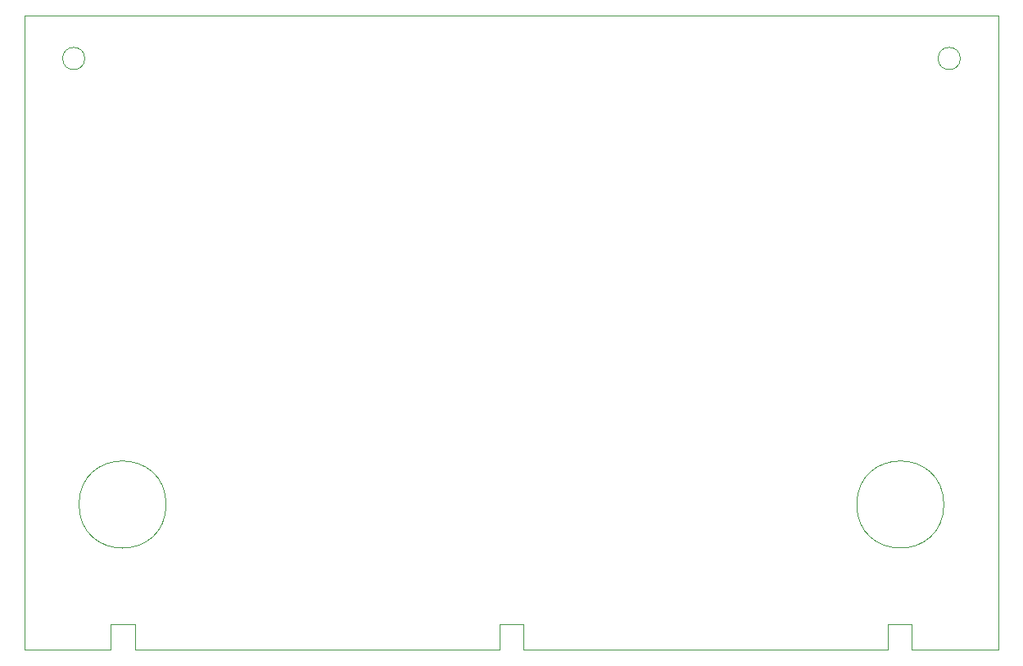
<source format=gbr>
%TF.GenerationSoftware,KiCad,Pcbnew,(6.0.7-1)-1*%
%TF.CreationDate,2022-10-12T18:16:21+11:00*%
%TF.ProjectId,CAT emulator B,43415420-656d-4756-9c61-746f7220422e,rev?*%
%TF.SameCoordinates,Original*%
%TF.FileFunction,Profile,NP*%
%FSLAX46Y46*%
G04 Gerber Fmt 4.6, Leading zero omitted, Abs format (unit mm)*
G04 Created by KiCad (PCBNEW (6.0.7-1)-1) date 2022-10-12 18:16:21*
%MOMM*%
%LPD*%
G01*
G04 APERTURE LIST*
%TA.AperFunction,Profile*%
%ADD10C,0.100000*%
%TD*%
G04 APERTURE END LIST*
D10*
X209976000Y-130380000D02*
X209976000Y-127780000D01*
X164626000Y-69280000D02*
G75*
G03*
X164626000Y-69280000I-1150000J0D01*
G01*
X209976000Y-127780000D02*
X207476000Y-127780000D01*
X253426000Y-115380000D02*
G75*
G03*
X253426000Y-115380000I-4500000J0D01*
G01*
X167326000Y-127780000D02*
X167326000Y-130380000D01*
X250126000Y-127780000D02*
X247626000Y-127780000D01*
X169826000Y-130380000D02*
X169826000Y-127780000D01*
X169826000Y-130380000D02*
X207476000Y-130380000D01*
X207476000Y-127780000D02*
X207476000Y-130380000D01*
X173026000Y-115380000D02*
G75*
G03*
X173026000Y-115380000I-4500000J0D01*
G01*
X250126000Y-130380000D02*
X250126000Y-127780000D01*
X169826000Y-127780000D02*
X167326000Y-127780000D01*
X209976000Y-130380000D02*
X247626000Y-130380000D01*
X259026000Y-64880000D02*
X158426000Y-64880000D01*
X158426000Y-64880000D02*
X158426000Y-130380000D01*
X259026000Y-130380000D02*
X259026000Y-64880000D01*
X255126000Y-69280000D02*
G75*
G03*
X255126000Y-69280000I-1150000J0D01*
G01*
X247626000Y-127780000D02*
X247626000Y-130380000D01*
X250126000Y-130380000D02*
X259026000Y-130380000D01*
X158426000Y-130380000D02*
X167326000Y-130380000D01*
M02*

</source>
